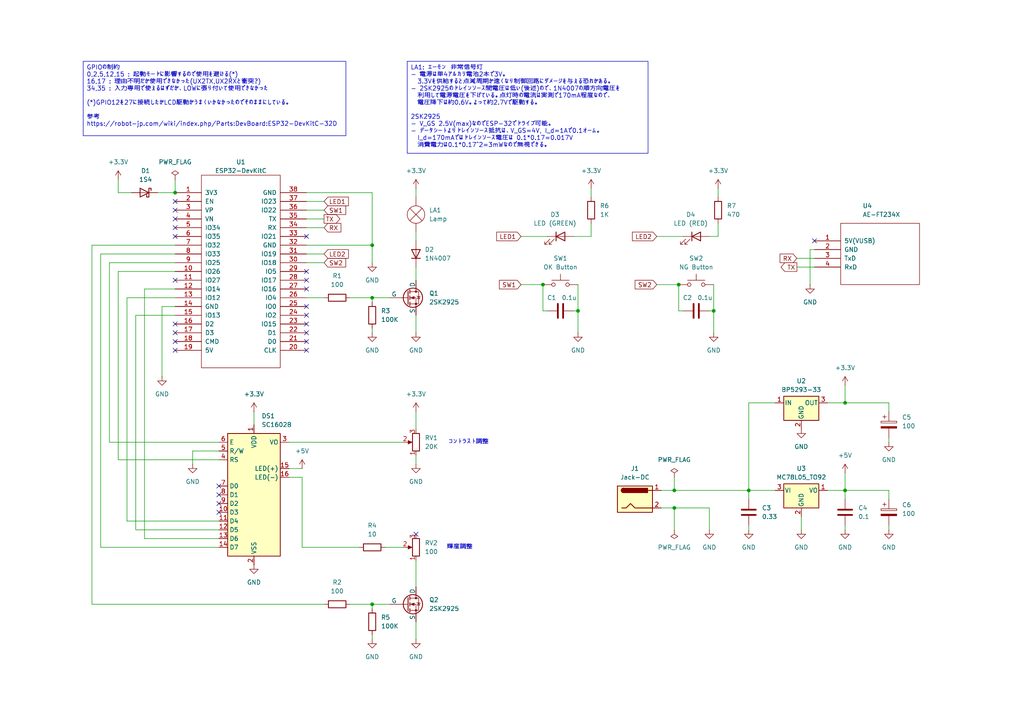
<source format=kicad_sch>
(kicad_sch (version 20231120) (generator "eeschema") (generator_version "8.0")
  (paper "A4")
  (title_block (title "GlimerGo") (date "2024-07-06") (company "by 46nori"))
  (lib_symbols
    (symbol "46nori:AE-FT234X" (pin_names (offset 1.016))
      (property "Reference" "U" (at 0 -2.54 0))
      (property "Value" "AE-FT234X" (at 0 2.54 0))
      (symbol "AE-FT234X_1_0"
        (rectangle (start -11.43 -8.89) (end 11.43 8.89))
      )
      (symbol "AE-FT234X_1_1"
        (pin output line (at -19.05 3.81 0) (length 7.62) (name "5V(VUSB)") (number "1"))
        (pin input line (at -19.05 1.27 0) (length 7.62) (name "GND") (number "2"))
        (pin output line (at -19.05 -1.27 0) (length 7.62) (name "TxD") (number "3"))
        (pin input line (at -19.05 -3.81 0) (length 7.62) (name "RxD") (number "4"))
      )
    )
    (symbol "46nori:ESP32-DevKitC" (pin_names (offset 1.016))
      (property "Reference" "U" (at 0 -2.54 0))
      (property "Value" "ESP32-DevKitC" (at 0 2.54 0))
      (symbol "ESP32-DevKitC_1_0"
        (rectangle (start -11.43 -27.94) (end 11.43 27.94))
      )
      (symbol "ESP32-DevKitC_1_1"
        (pin power_in line (at -19.05 22.86 0) (length 7.62) (name "3V3") (number "1"))
        (pin bidirectional line (at -19.05 0 0) (length 7.62) (name "IO26") (number "10"))
        (pin bidirectional line (at -19.05 -2.54 0) (length 7.62) (name "IO27") (number "11"))
        (pin bidirectional line (at -19.05 -5.08 0) (length 7.62) (name "IO14") (number "12"))
        (pin bidirectional line (at -19.05 -7.62 0) (length 7.62) (name "IO12") (number "13"))
        (pin power_in line (at -19.05 -10.16 0) (length 7.62) (name "GND") (number "14"))
        (pin bidirectional line (at -19.05 -12.7 0) (length 7.62) (name "IO13") (number "15"))
        (pin bidirectional line (at -19.05 -15.24 0) (length 7.62) (name "D2") (number "16"))
        (pin bidirectional line (at -19.05 -17.78 0) (length 7.62) (name "D3") (number "17"))
        (pin bidirectional line (at -19.05 -20.32 0) (length 7.62) (name "CMD") (number "18"))
        (pin power_in line (at -19.05 -22.86 0) (length 7.62) (name "5V") (number "19"))
        (pin input line (at -19.05 20.32 0) (length 7.62) (name "EN") (number "2"))
        (pin bidirectional line (at 19.05 -22.86 180) (length 7.62) (name "CLK") (number "20"))
        (pin bidirectional line (at 19.05 -20.32 180) (length 7.62) (name "D0") (number "21"))
        (pin bidirectional line (at 19.05 -17.78 180) (length 7.62) (name "D1") (number "22"))
        (pin bidirectional line (at 19.05 -15.24 180) (length 7.62) (name "IO15") (number "23"))
        (pin bidirectional line (at 19.05 -12.7 180) (length 7.62) (name "IO2") (number "24"))
        (pin bidirectional line (at 19.05 -10.16 180) (length 7.62) (name "IO0") (number "25"))
        (pin bidirectional line (at 19.05 -7.62 180) (length 7.62) (name "IO4") (number "26"))
        (pin bidirectional line (at 19.05 -5.08 180) (length 7.62) (name "IO16") (number "27"))
        (pin bidirectional line (at 19.05 -2.54 180) (length 7.62) (name "IO17") (number "28"))
        (pin bidirectional line (at 19.05 0 180) (length 7.62) (name "IO5") (number "29"))
        (pin input line (at -19.05 17.78 0) (length 7.62) (name "VP") (number "3"))
        (pin bidirectional line (at 19.05 2.54 180) (length 7.62) (name "IO18") (number "30"))
        (pin bidirectional line (at 19.05 5.08 180) (length 7.62) (name "IO19") (number "31"))
        (pin power_in line (at 19.05 7.62 180) (length 7.62) (name "GND") (number "32"))
        (pin bidirectional line (at 19.05 10.16 180) (length 7.62) (name "IO21") (number "33"))
        (pin bidirectional line (at 19.05 12.7 180) (length 7.62) (name "RX") (number "34"))
        (pin bidirectional line (at 19.05 15.24 180) (length 7.62) (name "TX") (number "35"))
        (pin bidirectional line (at 19.05 17.78 180) (length 7.62) (name "IO22") (number "36"))
        (pin bidirectional line (at 19.05 20.32 180) (length 7.62) (name "IO23") (number "37"))
        (pin power_in line (at 19.05 22.86 180) (length 7.62) (name "GND") (number "38"))
        (pin input line (at -19.05 15.24 0) (length 7.62) (name "VN") (number "4"))
        (pin input line (at -19.05 12.7 0) (length 7.62) (name "IO34") (number "5"))
        (pin input line (at -19.05 10.16 0) (length 7.62) (name "IO35") (number "6"))
        (pin bidirectional line (at -19.05 7.62 0) (length 7.62) (name "IO32") (number "7"))
        (pin bidirectional line (at -19.05 5.08 0) (length 7.62) (name "IO33") (number "8"))
        (pin bidirectional line (at -19.05 2.54 0) (length 7.62) (name "IO25") (number "9"))
      )
    )
    (symbol "Connector:Jack-DC" (pin_names (offset 1.016))
      (property "Reference" "J" (at 0 5.334 0))
      (property "Value" "Jack-DC" (at 0 -5.08 0))
      (symbol "Jack-DC_0_1"
        (rectangle (start -5.08 3.81) (end 5.08 -3.81) (stroke (width 0.254)) (fill (type background)))
        (arc (start -3.302 3.175) (mid -3.9343 2.54) (end -3.302 1.905) (stroke (width 0.254)))
        (arc (start -3.302 3.175) (mid -3.9343 2.54) (end -3.302 1.905) (stroke (width 0.254)) (fill (type outline)))
        (polyline (pts (xy 5.08 2.54) (xy 3.81 2.54)) (stroke (width 0.254)))
        (polyline (pts (xy -3.81 -2.54) (xy -2.54 -2.54) (xy -1.27 -1.27) (xy 0 -2.54) (xy 2.54 -2.54) (xy 5.08 -2.54)) (stroke (width 0.254)))
        (rectangle (start 3.683 3.175) (end -3.302 1.905) (stroke (width 0.254)) (fill (type outline)))
      )
      (symbol "Jack-DC_1_1"
        (pin passive line (at 7.62 2.54 180) (length 2.54) (name "~") (number "1"))
        (pin passive line (at 7.62 -2.54 180) (length 2.54) (name "~") (number "2"))
      )
    )
    (symbol "Device:C" (pin_numbers hide) (pin_names (offset 0.254))
      (property "Reference" "C" (at 0.635 2.54 0))
      (property "Value" "C" (at 0.635 -2.54 0))
      (symbol "C_0_1"
        (polyline (pts (xy -2.032 -0.762) (xy 2.032 -0.762)) (stroke (width 0.508)))
        (polyline (pts (xy -2.032 0.762) (xy 2.032 0.762)) (stroke (width 0.508)))
      )
      (symbol "C_1_1"
        (pin passive line (at 0 3.81 270) (length 2.794) (name "~") (number "1"))
        (pin passive line (at 0 -3.81 90) (length 2.794) (name "~") (number "2"))
      )
    )
    (symbol "Device:C_Polarized" (pin_numbers hide) (pin_names (offset 0.254))
      (property "Reference" "C" (at 0.635 2.54 0))
      (property "Value" "C_Polarized" (at 0.635 -2.54 0))
      (symbol "C_Polarized_0_1"
        (rectangle (start -2.286 0.508) (end 2.286 1.016))
        (polyline (pts (xy -1.778 2.286) (xy -0.762 2.286)))
        (polyline (pts (xy -1.27 2.794) (xy -1.27 1.778)))
        (rectangle (start 2.286 -0.508) (end -2.286 -1.016) (fill (type outline)))
      )
      (symbol "C_Polarized_1_1"
        (pin passive line (at 0 3.81 270) (length 2.794) (name "~") (number "1"))
        (pin passive line (at 0 -3.81 90) (length 2.794) (name "~") (number "2"))
      )
    )
    (symbol "Device:D" (pin_numbers hide) (pin_names (offset 1.016) hide)
      (property "Reference" "D" (at 0 2.54 0))
      (property "Value" "D" (at 0 -2.54 0))
      (symbol "D_0_1"
        (polyline (pts (xy -1.27 1.27) (xy -1.27 -1.27)) (stroke (width 0.254)))
        (polyline (pts (xy 1.27 0) (xy -1.27 0)))
        (polyline (pts (xy 1.27 1.27) (xy 1.27 -1.27) (xy -1.27 0) (xy 1.27 1.27)) (stroke (width 0.254)))
      )
      (symbol "D_1_1"
        (pin passive line (at -3.81 0 0) (length 2.54) (name "K") (number "1"))
        (pin passive line (at 3.81 0 180) (length 2.54) (name "A") (number "2"))
      )
    )
    (symbol "Device:LED" (pin_numbers hide) (pin_names (offset 1.016) hide)
      (property "Reference" "D" (at 0 2.54 0))
      (property "Value" "LED" (at 0 -2.54 0))
      (symbol "LED_0_1"
        (polyline (pts (xy -1.27 -1.27) (xy -1.27 1.27)) (stroke (width 0.254)))
        (polyline (pts (xy -1.27 0) (xy 1.27 0)))
        (polyline (pts (xy 1.27 -1.27) (xy 1.27 1.27) (xy -1.27 0) (xy 1.27 -1.27)) (stroke (width 0.254)))
        (polyline (pts (xy -3.048 -0.762) (xy -4.572 -2.286) (xy -3.81 -2.286) (xy -4.572 -2.286) (xy -4.572 -1.524)))
        (polyline (pts (xy -1.778 -0.762) (xy -3.302 -2.286) (xy -2.54 -2.286) (xy -3.302 -2.286) (xy -3.302 -1.524)))
      )
      (symbol "LED_1_1"
        (pin passive line (at -3.81 0 0) (length 2.54) (name "K") (number "1"))
        (pin passive line (at 3.81 0 180) (length 2.54) (name "A") (number "2"))
      )
    )
    (symbol "Device:Lamp" (pin_numbers hide) (pin_names (offset 0.0254) hide)
      (property "Reference" "LA" (at 0.635 3.81 0))
      (property "Value" "Lamp" (at 0.635 -3.81 0))
      (symbol "Lamp_0_1"
        (polyline (pts (xy -1.778 1.778) (xy 1.778 -1.778)))
        (polyline (pts (xy 1.778 1.778) (xy -1.778 -1.778)))
        (circle (center 0 0) (radius 2.54))
      )
      (symbol "Lamp_1_1"
        (pin passive line (at 0 -5.08 90) (length 2.54) (name "-") (number "1"))
        (pin passive line (at 0 5.08 270) (length 2.54) (name "+") (number "2"))
      )
    )
    (symbol "Device:R" (pin_numbers hide) (pin_names (offset 0))
      (property "Reference" "R" (at 2.032 0 90))
      (property "Value" "R" (at 0 0 90))
      (symbol "R_0_1"
        (rectangle (start -1.016 -2.54) (end 1.016 2.54) (stroke (width 0.254)))
      )
      (symbol "R_1_1"
        (pin passive line (at 0 3.81 270) (length 1.27) (name "~") (number "1"))
        (pin passive line (at 0 -3.81 90) (length 1.27) (name "~") (number "2"))
      )
    )
    (symbol "Device:R_Potentiometer" (pin_names (offset 1.016) hide)
      (property "Reference" "RV" (at -4.445 0 90))
      (property "Value" "R_Potentiometer" (at -2.54 0 90))
      (symbol "R_Potentiometer_0_1"
        (polyline (pts (xy 2.54 0) (xy 1.524 0)))
        (polyline (pts (xy 1.143 0) (xy 2.286 0.508) (xy 2.286 -0.508) (xy 1.143 0)) (fill (type outline)))
        (rectangle (start 1.016 2.54) (end -1.016 -2.54) (stroke (width 0.254)))
      )
      (symbol "R_Potentiometer_1_1"
        (pin passive line (at 0 3.81 270) (length 1.27) (name "1") (number "1"))
        (pin passive line (at 3.81 0 180) (length 1.27) (name "2") (number "2"))
        (pin passive line (at 0 -3.81 90) (length 1.27) (name "3") (number "3"))
      )
    )
    (symbol "Diode:SB140" (pin_numbers hide) (pin_names (offset 1.016) hide)
      (property "Reference" "D" (at 0 2.54 0))
      (property "Value" "SB140" (at 0 -2.54 0))
      (symbol "SB140_0_1"
        (polyline (pts (xy 1.27 0) (xy -1.27 0)))
        (polyline (pts (xy 1.27 1.27) (xy 1.27 -1.27) (xy -1.27 0) (xy 1.27 1.27)) (stroke (width 0.254)))
        (polyline (pts (xy -1.905 0.635) (xy -1.905 1.27) (xy -1.27 1.27) (xy -1.27 -1.27) (xy -0.635 -1.27) (xy -0.635 -0.635)) (stroke (width 0.254)))
      )
      (symbol "SB140_1_1"
        (pin passive line (at -3.81 0 0) (length 2.54) (name "K") (number "1"))
        (pin passive line (at 3.81 0 180) (length 2.54) (name "A") (number "2"))
      )
    )
    (symbol "Regulator_Linear:L7805" (pin_names (offset 0.254))
      (property "Reference" "U" (at -3.81 3.175 0))
      (property "Value" "L7805" (at 0 3.175 0))
      (symbol "L7805_0_1"
        (rectangle (start -5.08 1.905) (end 5.08 -5.08) (stroke (width 0.254)) (fill (type background)))
      )
      (symbol "L7805_1_1"
        (pin power_in line (at -7.62 0 0) (length 2.54) (name "IN") (number "1"))
        (pin power_in line (at 0 -7.62 90) (length 2.54) (name "GND") (number "2"))
        (pin power_out line (at 7.62 0 180) (length 2.54) (name "OUT") (number "3"))
      )
    )
    (symbol "Regulator_Linear:MC78L05_TO92" (pin_names (offset 0.254))
      (property "Reference" "U" (at -3.81 3.175 0))
      (property "Value" "MC78L05_TO92" (at 0 3.175 0))
      (symbol "MC78L05_TO92_0_1"
        (rectangle (start -5.08 -5.08) (end 5.08 1.905) (stroke (width 0.254)) (fill (type background)))
      )
      (symbol "MC78L05_TO92_1_1"
        (pin power_out line (at 7.62 0 180) (length 2.54) (name "VO") (number "1"))
        (pin power_in line (at 0 -7.62 90) (length 2.54) (name "GND") (number "2"))
        (pin power_in line (at -7.62 0 0) (length 2.54) (name "VI") (number "3"))
      )
    )
    (symbol "SC1602B_1"
      (property "Reference" "DS" (at -5.842 19.05 0))
      (property "Value" "SC1602B" (at 5.334 19.05 0))
      (symbol "SC1602B_1_1_1"
        (rectangle (start -7.62 17.78) (end 7.62 -17.78) (stroke (width 0.254)) (fill (type background)))
        (pin power_in line (at 0 20.32 270) (length 2.54) (name "VDD") (number "1"))
        (pin input line (at -10.16 -5.08 0) (length 2.54) (name "D3") (number "10"))
        (pin input line (at -10.16 -7.62 0) (length 2.54) (name "D4") (number "11"))
        (pin input line (at -10.16 -10.16 0) (length 2.54) (name "D5") (number "12"))
        (pin input line (at -10.16 -12.7 0) (length 2.54) (name "D6") (number "13"))
        (pin input line (at -10.16 -15.24 0) (length 2.54) (name "D7") (number "14"))
        (pin input line (at 10.16 7.62 180) (length 2.54) (name "LED(+)") (number "15"))
        (pin output line (at 10.16 5.08 180) (length 2.54) (name "LED(-)") (number "16"))
        (pin power_in line (at 0 -20.32 90) (length 2.54) (name "VSS") (number "2"))
        (pin input line (at 10.16 15.24 180) (length 2.54) (name "VO") (number "3"))
        (pin input line (at -10.16 10.16 0) (length 2.54) (name "RS") (number "4"))
        (pin input line (at -10.16 12.7 0) (length 2.54) (name "R/W") (number "5"))
        (pin input line (at -10.16 15.24 0) (length 2.54) (name "E") (number "6"))
        (pin input line (at -10.16 2.54 0) (length 2.54) (name "D0") (number "7"))
        (pin input line (at -10.16 0 0) (length 2.54) (name "D1") (number "8"))
        (pin input line (at -10.16 -2.54 0) (length 2.54) (name "D2") (number "9"))
      )
    )
    (symbol "Simulation_SPICE:NMOS" (pin_numbers hide) (pin_names (offset 0))
      (property "Reference" "Q" (at 5.08 1.27 0))
      (property "Value" "NMOS" (at 5.08 -1.27 0))
      (symbol "NMOS_0_1"
        (polyline (pts (xy 0.254 0) (xy -2.54 0)))
        (polyline (pts (xy 0.254 1.905) (xy 0.254 -1.905)) (stroke (width 0.254)))
        (polyline (pts (xy 0.762 -1.27) (xy 0.762 -2.286)) (stroke (width 0.254)))
        (polyline (pts (xy 0.762 0.508) (xy 0.762 -0.508)) (stroke (width 0.254)))
        (polyline (pts (xy 0.762 2.286) (xy 0.762 1.27)) (stroke (width 0.254)))
        (polyline (pts (xy 2.54 2.54) (xy 2.54 1.778)))
        (polyline (pts (xy 2.54 -2.54) (xy 2.54 0) (xy 0.762 0)))
        (polyline (pts (xy 0.762 -1.778) (xy 3.302 -1.778) (xy 3.302 1.778) (xy 0.762 1.778)))
        (polyline (pts (xy 1.016 0) (xy 2.032 0.381) (xy 2.032 -0.381) (xy 1.016 0)) (fill (type outline)))
        (polyline (pts (xy 2.794 0.508) (xy 2.921 0.381) (xy 3.683 0.381) (xy 3.81 0.254)))
        (polyline (pts (xy 3.302 0.381) (xy 2.921 -0.254) (xy 3.683 -0.254) (xy 3.302 0.381)))
        (circle (center 1.651 0) (radius 2.794) (stroke (width 0.254)))
        (circle (center 2.54 -1.778) (radius 0.254) (fill (type outline)))
        (circle (center 2.54 1.778) (radius 0.254) (fill (type outline)))
      )
      (symbol "NMOS_1_1"
        (pin passive line (at 2.54 5.08 270) (length 2.54) (name "D") (number "1"))
        (pin input line (at -5.08 0 0) (length 2.54) (name "G") (number "2"))
        (pin passive line (at 2.54 -5.08 90) (length 2.54) (name "S") (number "3"))
      )
    )
    (symbol "Switch:SW_Push" (pin_numbers hide) (pin_names (offset 1.016) hide)
      (property "Reference" "SW" (at 1.27 2.54 0))
      (property "Value" "SW_Push" (at 0 -1.524 0))
      (symbol "SW_Push_0_1"
        (circle (center -2.032 0) (radius 0.508))
        (polyline (pts (xy 0 1.27) (xy 0 3.048)))
        (polyline (pts (xy 2.54 1.27) (xy -2.54 1.27)))
        (circle (center 2.032 0) (radius 0.508))
        (pin passive line (at -5.08 0 0) (length 2.54) (name "1") (number "1"))
        (pin passive line (at 5.08 0 180) (length 2.54) (name "2") (number "2"))
      )
    )
    (symbol "power:+3.3V" (power) (pin_numbers hide) (pin_names (offset 0) hide)
      (property "Value" "+3.3V" (at 0 3.556 0))
      (symbol "+3.3V_0_1"
        (polyline (pts (xy -0.762 1.27) (xy 0 2.54)))
        (polyline (pts (xy 0 0) (xy 0 2.54)))
        (polyline (pts (xy 0 2.54) (xy 0.762 1.27)))
      )
      (symbol "+3.3V_1_1"
        (pin power_in line (at 0 0 90) (length 0) (name "~") (number "1"))
      )
    )
    (symbol "power:+5V" (power) (pin_numbers hide) (pin_names (offset 0) hide)
      (property "Value" "+5V" (at 0 3.556 0))
      (symbol "+5V_0_1"
        (polyline (pts (xy -0.762 1.27) (xy 0 2.54)))
        (polyline (pts (xy 0 0) (xy 0 2.54)))
        (polyline (pts (xy 0 2.54) (xy 0.762 1.27)))
      )
      (symbol "+5V_1_1"
        (pin power_in line (at 0 0 90) (length 0) (name "~") (number "1"))
      )
    )
    (symbol "power:GND" (power) (pin_numbers hide) (pin_names (offset 0) hide)
      (property "Value" "GND" (at 0 -3.81 0))
      (symbol "GND_0_1"
        (polyline (pts (xy 0 0) (xy 0 -1.27) (xy 1.27 -1.27) (xy 0 -2.54) (xy -1.27 -1.27) (xy 0 -1.27)))
      )
      (symbol "GND_1_1"
        (pin power_in line (at 0 0 270) (length 0) (name "~") (number "1"))
      )
    )
    (symbol "power:PWR_FLAG" (power) (pin_numbers hide) (pin_names (offset 0) hide)
      (property "Value" "PWR_FLAG" (at 0 3.81 0))
      (symbol "PWR_FLAG_0_0"
        (pin power_out line (at 0 0 90) (length 0) (name "~") (number "1"))
      )
      (symbol "PWR_FLAG_0_1"
        (polyline (pts (xy 0 0) (xy 0 1.27) (xy -1.016 1.905) (xy 0 2.54) (xy 1.016 1.905) (xy 0 1.27)))
      )
    )
  )
  (junction (at 50.8 55.88))
  (junction (at 245.11 142.24))
  (junction (at 107.95 71.12))
  (junction (at 196.85 82.55))
  (junction (at 157.48 82.55))
  (junction (at 245.11 116.84))
  (junction (at 217.17 142.24))
  (junction (at 195.58 142.24))
  (junction (at 195.58 147.32))
  (junction (at 207.01 90.17))
  (junction (at 107.95 175.26))
  (junction (at 167.64 90.17))
  (junction (at 107.95 86.36))
  (no_connect (at 120.65 154.94))
  (no_connect (at 88.9 81.28))
  (no_connect (at 50.8 63.5))
  (no_connect (at 50.8 93.98))
  (no_connect (at 88.9 99.06))
  (no_connect (at 88.9 83.82))
  (no_connect (at 63.5 148.59))
  (no_connect (at 88.9 93.98))
  (no_connect (at 50.8 68.58))
  (no_connect (at 50.8 58.42))
  (no_connect (at 88.9 101.6))
  (no_connect (at 50.8 60.96))
  (no_connect (at 50.8 96.52))
  (no_connect (at 50.8 81.28))
  (no_connect (at 63.5 146.05))
  (no_connect (at 88.9 91.44))
  (no_connect (at 50.8 101.6))
  (no_connect (at 50.8 66.04))
  (no_connect (at 88.9 68.58))
  (no_connect (at 63.5 140.97))
  (no_connect (at 88.9 88.9))
  (no_connect (at 50.8 99.06))
  (no_connect (at 88.9 96.52))
  (no_connect (at 236.22 69.85))
  (no_connect (at 88.9 78.74))
  (no_connect (at 63.5 143.51))
  (wire (pts (xy 107.95 86.36) (xy 107.95 87.63)))
  (wire (pts (xy 101.6 175.26) (xy 107.95 175.26)))
  (wire (pts (xy 88.9 86.36) (xy 93.98 86.36)))
  (wire (pts (xy 257.81 127) (xy 257.81 128.27)))
  (wire (pts (xy 151.13 82.55) (xy 157.48 82.55)))
  (wire (pts (xy 224.79 116.84) (xy 217.17 116.84)))
  (wire (pts (xy 88.9 60.96) (xy 93.98 60.96)))
  (wire (pts (xy 83.82 128.27) (xy 116.84 128.27)))
  (wire (pts (xy 29.21 158.75) (xy 29.21 73.66)))
  (wire (pts (xy 50.8 76.2) (xy 31.75 76.2)))
  (wire (pts (xy 257.81 142.24) (xy 245.11 142.24)))
  (wire (pts (xy 171.45 54.61) (xy 171.45 57.15)))
  (wire (pts (xy 157.48 90.17) (xy 158.75 90.17)))
  (wire (pts (xy 50.8 78.74) (xy 34.29 78.74)))
  (wire (pts (xy 245.11 116.84) (xy 245.11 111.76)))
  (wire (pts (xy 217.17 152.4) (xy 217.17 153.67)))
  (wire (pts (xy 207.01 90.17) (xy 207.01 82.55)))
  (wire (pts (xy 107.95 185.42) (xy 107.95 184.15)))
  (wire (pts (xy 151.13 68.58) (xy 158.75 68.58)))
  (wire (pts (xy 120.65 134.62) (xy 120.65 132.08)))
  (wire (pts (xy 107.95 55.88) (xy 88.9 55.88)))
  (wire (pts (xy 120.65 77.47) (xy 120.65 81.28)))
  (wire (pts (xy 257.81 144.78) (xy 257.81 142.24)))
  (wire (pts (xy 41.91 156.21) (xy 63.5 156.21)))
  (wire (pts (xy 73.66 119.38) (xy 73.66 123.19)))
  (wire (pts (xy 29.21 158.75) (xy 63.5 158.75)))
  (wire (pts (xy 26.67 71.12) (xy 26.67 175.26)))
  (wire (pts (xy 107.95 96.52) (xy 107.95 95.25)))
  (wire (pts (xy 36.83 151.13) (xy 63.5 151.13)))
  (wire (pts (xy 63.5 153.67) (xy 39.37 153.67)))
  (wire (pts (xy 31.75 76.2) (xy 31.75 128.27)))
  (wire (pts (xy 36.83 86.36) (xy 36.83 151.13)))
  (wire (pts (xy 120.65 162.56) (xy 120.65 170.18)))
  (wire (pts (xy 107.95 71.12) (xy 107.95 55.88)))
  (wire (pts (xy 120.65 185.42) (xy 120.65 180.34)))
  (wire (pts (xy 196.85 90.17) (xy 198.12 90.17)))
  (wire (pts (xy 232.41 149.86) (xy 232.41 153.67)))
  (wire (pts (xy 88.9 66.04) (xy 93.98 66.04)))
  (wire (pts (xy 195.58 147.32) (xy 205.74 147.32)))
  (wire (pts (xy 205.74 147.32) (xy 205.74 153.67)))
  (wire (pts (xy 34.29 78.74) (xy 34.29 133.35)))
  (wire (pts (xy 208.28 64.77) (xy 208.28 68.58)))
  (wire (pts (xy 107.95 76.2) (xy 107.95 71.12)))
  (wire (pts (xy 83.82 135.89) (xy 87.63 135.89)))
  (wire (pts (xy 41.91 83.82) (xy 41.91 156.21)))
  (wire (pts (xy 46.99 88.9) (xy 50.8 88.9)))
  (wire (pts (xy 50.8 52.07) (xy 50.8 55.88)))
  (wire (pts (xy 120.65 119.38) (xy 120.65 124.46)))
  (wire (pts (xy 120.65 96.52) (xy 120.65 91.44)))
  (wire (pts (xy 191.77 147.32) (xy 195.58 147.32)))
  (wire (pts (xy 87.63 138.43) (xy 83.82 138.43)))
  (wire (pts (xy 45.72 55.88) (xy 50.8 55.88)))
  (wire (pts (xy 50.8 83.82) (xy 41.91 83.82)))
  (wire (pts (xy 39.37 153.67) (xy 39.37 91.44)))
  (wire (pts (xy 245.11 152.4) (xy 245.11 153.67)))
  (wire (pts (xy 217.17 144.78) (xy 217.17 142.24)))
  (wire (pts (xy 217.17 142.24) (xy 224.79 142.24)))
  (wire (pts (xy 107.95 86.36) (xy 113.03 86.36)))
  (wire (pts (xy 39.37 91.44) (xy 50.8 91.44)))
  (wire (pts (xy 195.58 153.67) (xy 195.58 147.32)))
  (wire (pts (xy 50.8 71.12) (xy 26.67 71.12)))
  (wire (pts (xy 46.99 109.22) (xy 46.99 88.9)))
  (wire (pts (xy 240.03 116.84) (xy 245.11 116.84)))
  (wire (pts (xy 120.65 69.85) (xy 120.65 67.31)))
  (wire (pts (xy 191.77 142.24) (xy 195.58 142.24)))
  (wire (pts (xy 207.01 90.17) (xy 207.01 96.52)))
  (wire (pts (xy 107.95 175.26) (xy 113.03 175.26)))
  (wire (pts (xy 55.88 130.81) (xy 63.5 130.81)))
  (wire (pts (xy 120.65 54.61) (xy 120.65 57.15)))
  (wire (pts (xy 236.22 74.93) (xy 231.14 74.93)))
  (wire (pts (xy 88.9 63.5) (xy 93.98 63.5)))
  (wire (pts (xy 34.29 55.88) (xy 38.1 55.88)))
  (wire (pts (xy 167.64 90.17) (xy 167.64 96.52)))
  (wire (pts (xy 234.95 72.39) (xy 236.22 72.39)))
  (wire (pts (xy 26.67 175.26) (xy 93.98 175.26)))
  (wire (pts (xy 166.37 90.17) (xy 167.64 90.17)))
  (wire (pts (xy 195.58 138.43) (xy 195.58 142.24)))
  (wire (pts (xy 107.95 175.26) (xy 107.95 176.53)))
  (wire (pts (xy 245.11 142.24) (xy 240.03 142.24)))
  (wire (pts (xy 195.58 142.24) (xy 217.17 142.24)))
  (wire (pts (xy 217.17 116.84) (xy 217.17 142.24)))
  (wire (pts (xy 88.9 76.2) (xy 93.98 76.2)))
  (wire (pts (xy 171.45 68.58) (xy 166.37 68.58)))
  (wire (pts (xy 55.88 134.62) (xy 55.88 130.81)))
  (wire (pts (xy 245.11 137.16) (xy 245.11 142.24)))
  (wire (pts (xy 234.95 82.55) (xy 234.95 72.39)))
  (wire (pts (xy 50.8 86.36) (xy 36.83 86.36)))
  (wire (pts (xy 88.9 71.12) (xy 107.95 71.12)))
  (wire (pts (xy 196.85 82.55) (xy 196.85 90.17)))
  (wire (pts (xy 87.63 158.75) (xy 104.14 158.75)))
  (wire (pts (xy 87.63 158.75) (xy 87.63 138.43)))
  (wire (pts (xy 245.11 144.78) (xy 245.11 142.24)))
  (wire (pts (xy 157.48 82.55) (xy 157.48 90.17)))
  (wire (pts (xy 31.75 128.27) (xy 63.5 128.27)))
  (wire (pts (xy 29.21 73.66) (xy 50.8 73.66)))
  (wire (pts (xy 34.29 133.35) (xy 63.5 133.35)))
  (wire (pts (xy 171.45 64.77) (xy 171.45 68.58)))
  (wire (pts (xy 257.81 116.84) (xy 245.11 116.84)))
  (wire (pts (xy 101.6 86.36) (xy 107.95 86.36)))
  (wire (pts (xy 208.28 54.61) (xy 208.28 57.15)))
  (wire (pts (xy 236.22 77.47) (xy 231.14 77.47)))
  (wire (pts (xy 88.9 58.42) (xy 93.98 58.42)))
  (wire (pts (xy 257.81 119.38) (xy 257.81 116.84)))
  (wire (pts (xy 167.64 90.17) (xy 167.64 82.55)))
  (wire (pts (xy 208.28 68.58) (xy 205.74 68.58)))
  (wire (pts (xy 34.29 52.07) (xy 34.29 55.88)))
  (wire (pts (xy 257.81 152.4) (xy 257.81 153.67)))
  (wire (pts (xy 111.76 158.75) (xy 116.84 158.75)))
  (wire (pts (xy 88.9 73.66) (xy 93.98 73.66)))
  (wire (pts (xy 190.5 68.58) (xy 198.12 68.58)))
  (wire (pts (xy 205.74 90.17) (xy 207.01 90.17)))
  (wire (pts (xy 190.5 82.55) (xy 196.85 82.55)))
  (text_box "LA1: エーモン　非常信号灯\n- 電源は単4アルカリ電池2本で3V。\n  3.3Vを供給すると点滅周期が速くなり制御回路にダメージを与える恐れがある。\n- 2SK2925のドレインソース間電圧は低い(後述)ので、1N4007の順方向電圧を\n  利用して電源電圧を下げている。点灯時の電流は実測で170mA程度なので、\n  電圧降下は約0.6V。よって約2.7Vで駆動する。\n\n2SK2925\n- V_GS 2.5V(max)なのでESP-32でドライブ可能。\n- データシートよりドレインソース抵抗は、V_GS=4V, I_d=1Aで0.1オーム。\n  I_d=170mAではドレインソース電圧は 0.1*0.17=0.017V\n  消費電力は0.1*0.17^2=3mWなので無視できる。\n\n\n" (at 118.11 17.78 0) (size 69.85 26.67) (effects (font (size 1.27 1.27)) (justify left top)))
  (text_box "GPIOの制約\n0,2,5,12,15 : 起動モードに影響するので使用を避ける(*)\n16,17 : 理由不明だが使用できなかった(UX2TX,UX2RXと衝突?)\n34,35 : 入力専用で使えるはずだが、LOWに張り付いて使用できなかった\n\n(*)GPIO12を27に接続したがLCD駆動がうまくいかなかったのでそのままにしている。\n\n参考\nhttps://robot-jp.com/wiki/index.php/Parts:DevBoard:ESP32-DevKitC-32D" (at 24.13 17.78 0) (size 76.2 21.59) (effects (font (size 1.27 1.27)) (justify left top)))
  (text "コントラスト調整" (at 135.89 128.27 0) (effects (font (size 1.27 1.27))))
  (text "輝度調整\n" (at 133.35 158.75 0) (effects (font (size 1.27 1.27))))
  (global_label "TX" (shape output) (at 231.14 77.47 180) (property "Intersheetrefs" "${INTERSHEET_REFS}" (effects (hide yes))))
  (global_label "LED2" (shape input) (at 190.5 68.58 180) (property "Intersheetrefs" "${INTERSHEET_REFS}" (effects (hide yes))))
  (global_label "SW2" (shape input) (at 93.98 76.2 0) (property "Intersheetrefs" "${INTERSHEET_REFS}" (effects (hide yes))))
  (global_label "LED1" (shape input) (at 151.13 68.58 180) (property "Intersheetrefs" "${INTERSHEET_REFS}" (effects (hide yes))))
  (global_label "SW2" (shape input) (at 190.5 82.55 180) (property "Intersheetrefs" "${INTERSHEET_REFS}" (effects (hide yes))))
  (global_label "LED1" (shape input) (at 93.98 58.42 0) (property "Intersheetrefs" "${INTERSHEET_REFS}" (effects (hide yes))))
  (global_label "SW1" (shape input) (at 93.98 60.96 0) (property "Intersheetrefs" "${INTERSHEET_REFS}" (effects (hide yes))))
  (global_label "RX" (shape input) (at 93.98 66.04 0) (property "Intersheetrefs" "${INTERSHEET_REFS}" (effects (hide yes))))
  (global_label "RX" (shape input) (at 231.14 74.93 180) (property "Intersheetrefs" "${INTERSHEET_REFS}" (effects (hide yes))))
  (global_label "LED2" (shape input) (at 93.98 73.66 0) (property "Intersheetrefs" "${INTERSHEET_REFS}" (effects (hide yes))))
  (global_label "TX" (shape output) (at 93.98 63.5 0) (property "Intersheetrefs" "${INTERSHEET_REFS}" (effects (hide yes))))
  (global_label "SW1" (shape input) (at 151.13 82.55 180) (property "Intersheetrefs" "${INTERSHEET_REFS}" (effects (hide yes))))
  (symbol (lib_id "power:GND") (at 120.65 185.42 0) (unit 1)
    (property "Reference" "#PWR014" (effects (hide yes)))
    (property "Value" "GND" (at 120.65 190.5 0))
    (property "Description" "Power symbol creates a global label with name \"GND\" , ground" (effects (hide yes)))
  )
  (symbol (lib_id "power:+5V") (at 87.63 135.89 0) (unit 1)
    (property "Reference" "#PWR06" (effects (hide yes)))
    (property "Value" "+5V" (at 87.63 130.81 0))
    (property "Description" "Power symbol creates a global label with name \"+5V\"" (effects (hide yes)))
  )
  (symbol (lib_id "power:GND") (at 257.81 153.67 0) (unit 1)
    (property "Reference" "#PWR028" (effects (hide yes)))
    (property "Value" "GND" (at 257.81 158.75 0))
    (property "Description" "Power symbol creates a global label with name \"GND\" , ground" (effects (hide yes)))
  )
  (symbol (lib_id "power:GND") (at 46.99 109.22 0) (unit 1)
    (property "Reference" "#PWR02" (effects (hide yes)))
    (property "Value" "GND" (at 46.99 114.3 0))
    (property "Description" "Power symbol creates a global label with name \"GND\" , ground" (effects (hide yes)))
  )
  (symbol (lib_id "Device:R") (at 208.28 60.96 0) (unit 1)
    (property "Reference" "R7" (at 210.82 59.6899 0) (effects (justify left)))
    (property "Value" "470" (at 210.82 62.2299 0) (effects (justify left)))
    (property "Description" "Resistor" (effects (hide yes)))
  )
  (symbol (lib_id "Device:C_Polarized") (at 257.81 123.19 0) (unit 1)
    (property "Reference" "C5" (at 261.62 121.0309 0) (effects (justify left)))
    (property "Value" "100" (at 261.62 123.5709 0) (effects (justify left)))
    (property "Description" "Polarized capacitor" (effects (hide yes)))
  )
  (symbol (lib_id "Device:C") (at 162.56 90.17 270) (unit 1)
    (property "Reference" "C1" (at 160.02 86.36 90))
    (property "Value" "0.1u" (at 165.1 86.36 90))
    (property "Description" "Unpolarized capacitor" (effects (hide yes)))
  )
  (symbol (lib_id "Device:R") (at 107.95 180.34 0) (unit 1)
    (property "Reference" "R5" (at 110.49 179.0699 0) (effects (justify left)))
    (property "Value" "100K" (at 110.49 181.6099 0) (effects (justify left)))
    (property "Description" "Resistor" (effects (hide yes)))
  )
  (symbol (lib_id "power:GND") (at 232.41 124.46 0) (unit 1)
    (property "Reference" "#PWR021" (effects (hide yes)))
    (property "Value" "GND" (at 232.41 129.54 0))
    (property "Description" "Power symbol creates a global label with name \"GND\" , ground" (effects (hide yes)))
  )
  (symbol (lib_id "power:+3.3V") (at 171.45 54.61 0) (unit 1)
    (property "Reference" "#PWR016" (effects (hide yes)))
    (property "Value" "+3.3V" (at 171.45 49.53 0))
    (property "Description" "Power symbol creates a global label with name \"+3.3V\"" (effects (hide yes)))
  )
  (symbol (lib_id "power:+3.3V") (at 120.65 119.38 0) (unit 1)
    (property "Reference" "#PWR012" (effects (hide yes)))
    (property "Value" "+3.3V" (at 120.65 114.3 0))
    (property "Description" "Power symbol creates a global label with name \"+3.3V\"" (effects (hide yes)))
  )
  (symbol (lib_id "Device:C") (at 201.93 90.17 270) (unit 1)
    (property "Reference" "C2" (at 199.39 86.36 90))
    (property "Value" "0.1u" (at 204.47 86.36 90))
    (property "Description" "Unpolarized capacitor" (effects (hide yes)))
  )
  (symbol (lib_id "Simulation_SPICE:NMOS") (at 118.11 175.26 0) (unit 1)
    (property "Reference" "Q2" (at 124.46 173.9899 0) (effects (justify left)))
    (property "Value" "2SK2925" (at 124.46 176.5299 0) (effects (justify left)))
    (property "Datasheet" "https://ngspice.sourceforge.io/docs/ngspice-html-manual/manual.xhtml#cha_MOSFETs" (effects (hide yes)))
    (property "Description" "N-MOSFET transistor, drain/source/gate" (effects (hide yes)))
    (property "Sim.Device" "NMOS" (effects (hide yes)))
    (property "Sim.Type" "VDMOS" (effects (hide yes)))
    (property "Sim.Pins" "1=D 2=G 3=S" (effects (hide yes)))
  )
  (symbol (lib_id "power:+3.3V") (at 245.11 111.76 0) (unit 1)
    (property "Reference" "#PWR024" (effects (hide yes)))
    (property "Value" "+3.3V" (at 245.11 106.68 0))
    (property "Description" "Power symbol creates a global label with name \"+3.3V\"" (effects (hide yes)))
  )
  (symbol (lib_id "Regulator_Linear:MC78L05_TO92") (at 232.41 142.24 0) (unit 1)
    (property "Reference" "U3" (at 232.41 135.89 0))
    (property "Value" "MC78L05_TO92" (at 232.41 138.43 0))
    (property "Footprint" "Package_TO_SOT_THT:TO-92_Inline" (effects (hide yes)))
    (property "Datasheet" "https://www.onsemi.com/pub/Collateral/MC78L00A-D.PDF" (effects (hide yes)))
    (property "Description" "Positive 100mA 30V Linear Regulator, Fixed Output 5V, TO-92" (effects (hide yes)))
  )
  (symbol (lib_id "Connector:Jack-DC") (at 184.15 144.78 0) (unit 1)
    (property "Reference" "J1" (at 184.15 135.89 0))
    (property "Value" "Jack-DC" (at 184.15 138.43 0))
    (property "Datasheet" "https://akizukidenshi.com/catalog/g/g106342/" (effects (hide yes)))
    (property "Description" "DC Barrel Jack" (effects (hide yes)))
  )
  (symbol (lib_id "Device:R") (at 107.95 158.75 90) (unit 1)
    (property "Reference" "R4" (at 107.95 152.4 90))
    (property "Value" "10" (at 107.95 154.94 90))
    (property "Description" "Resistor" (effects (hide yes)))
  )
  (symbol (lib_id "Device:R") (at 97.79 86.36 270) (unit 1)
    (property "Reference" "R1" (at 97.79 80.01 90))
    (property "Value" "100" (at 97.79 82.55 90))
    (property "Description" "Resistor" (effects (hide yes)))
  )
  (symbol (lib_id "power:GND") (at 167.64 96.52 0) (unit 1)
    (property "Reference" "#PWR015" (effects (hide yes)))
    (property "Value" "GND" (at 167.64 101.6 0))
    (property "Description" "Power symbol creates a global label with name \"GND\" , ground" (effects (hide yes)))
  )
  (symbol (lib_id "power:GND") (at 232.41 153.67 0) (unit 1)
    (property "Reference" "#PWR022" (effects (hide yes)))
    (property "Value" "GND" (at 232.41 158.75 0))
    (property "Description" "Power symbol creates a global label with name \"GND\" , ground" (effects (hide yes)))
  )
  (symbol (lib_id "power:GND") (at 207.01 96.52 0) (unit 1)
    (property "Reference" "#PWR018" (effects (hide yes)))
    (property "Value" "GND" (at 207.01 101.6 0))
    (property "Description" "Power symbol creates a global label with name \"GND\" , ground" (effects (hide yes)))
  )
  (symbol (lib_id "power:GND") (at 107.95 76.2 0) (unit 1)
    (property "Reference" "#PWR07" (effects (hide yes)))
    (property "Value" "GND" (at 107.95 81.28 0))
    (property "Description" "Power symbol creates a global label with name \"GND\" , ground" (effects (hide yes)))
  )
  (symbol (lib_id "power:GND") (at 217.17 153.67 0) (unit 1)
    (property "Reference" "#PWR020" (effects (hide yes)))
    (property "Value" "GND" (at 217.17 158.75 0))
    (property "Description" "Power symbol creates a global label with name \"GND\" , ground" (effects (hide yes)))
  )
  (symbol (lib_id "power:GND") (at 234.95 82.55 0) (unit 1)
    (property "Reference" "#PWR023" (effects (hide yes)))
    (property "Value" "GND" (at 234.95 87.63 0))
    (property "Description" "Power symbol creates a global label with name \"GND\" , ground" (effects (hide yes)))
  )
  (symbol (lib_id "power:GND") (at 257.81 128.27 0) (unit 1)
    (property "Reference" "#PWR027" (effects (hide yes)))
    (property "Value" "GND" (at 257.81 133.35 0))
    (property "Description" "Power symbol creates a global label with name \"GND\" , ground" (effects (hide yes)))
  )
  (symbol (lib_id "power:GND") (at 205.74 153.67 0) (unit 1)
    (property "Reference" "#PWR017" (effects (hide yes)))
    (property "Value" "GND" (at 205.74 158.75 0))
    (property "Description" "Power symbol creates a global label with name \"GND\" , ground" (effects (hide yes)))
  )
  (symbol (lib_id "power:+3.3V") (at 73.66 119.38 0) (unit 1)
    (property "Reference" "#PWR04" (effects (hide yes)))
    (property "Value" "+3.3V" (at 73.66 114.3 0))
    (property "Description" "Power symbol creates a global label with name \"+3.3V\"" (effects (hide yes)))
  )
  (symbol (lib_id "Device:R_Potentiometer") (at 120.65 128.27 180) (unit 1)
    (property "Reference" "RV1" (at 123.19 126.9999 0) (effects (justify right)))
    (property "Value" "20K" (at 123.19 129.5399 0) (effects (justify right)))
    (property "Description" "Potentiometer" (effects (hide yes)))
  )
  (symbol (lib_id "46nori:AE-FT234X") (at 255.27 73.66 0) (unit 1)
    (property "Reference" "U4" (at 250.19 59.69 0) (effects (justify left)))
    (property "Value" "AE-FT234X" (at 250.19 62.23 0) (effects (justify left)))
    (property "Footprint" "MODULE" (effects (hide yes)))
    (property "Datasheet" "https://akizukidenshi.com/catalog/g/g108461/" (effects (hide yes)))
  )
  (symbol (lib_name "SC1602B_1") (lib_id "46nori:SC1602B") (at 73.66 143.51 0) (unit 1)
    (property "Reference" "DS1" (at 75.8541 120.65 0) (effects (justify left)))
    (property "Value" "SC1602B" (at 75.8541 123.19 0) (effects (justify left)))
    (property "Footprint" "Display:SC1602B" (effects (hide yes)))
    (property "Datasheet" "https://akizukidenshi.com/goodsaffix/sc1602bslb-xa-lb-g.pdf" (effects (hide yes)))
    (property "Description" "LCD 16x2 Alphanumeric , 8 bit parallel bus, 3.3V VDD" (effects (hide yes)))
  )
  (symbol (lib_id "Device:Lamp") (at 120.65 62.23 0) (unit 1)
    (property "Reference" "LA1" (at 124.46 60.9599 0) (effects (justify left)))
    (property "Value" "Lamp" (at 124.46 63.4999 0) (effects (justify left)))
    (property "Datasheet" "https://www.amon.jp/products2/detail.php?product_code=6904" (effects (hide yes)))
    (property "Description" "非常信号灯" (effects (hide yes)))
  )
  (symbol (lib_id "power:+3.3V") (at 208.28 54.61 0) (unit 1)
    (property "Reference" "#PWR019" (effects (hide yes)))
    (property "Value" "+3.3V" (at 208.28 49.53 0))
    (property "Description" "Power symbol creates a global label with name \"+3.3V\"" (effects (hide yes)))
  )
  (symbol (lib_id "power:+3.3V") (at 34.29 52.07 0) (unit 1)
    (property "Reference" "#PWR01" (effects (hide yes)))
    (property "Value" "+3.3V" (at 34.29 46.99 0))
    (property "Description" "Power symbol creates a global label with name \"+3.3V\"" (effects (hide yes)))
  )
  (symbol (lib_id "Device:D") (at 120.65 73.66 90) (unit 1)
    (property "Reference" "D2" (at 123.19 72.3899 90) (effects (justify right)))
    (property "Value" "1N4007" (at 123.19 74.9299 90) (effects (justify right)))
    (property "Description" "Diode" (effects (hide yes)))
    (property "Sim.Device" "D" (effects (hide yes)))
    (property "Sim.Pins" "1=K 2=A" (effects (hide yes)))
  )
  (symbol (lib_id "power:GND") (at 73.66 163.83 0) (unit 1)
    (property "Reference" "#PWR05" (effects (hide yes)))
    (property "Value" "GND" (at 73.66 168.91 0))
    (property "Description" "Power symbol creates a global label with name \"GND\" , ground" (effects (hide yes)))
  )
  (symbol (lib_id "Device:R") (at 171.45 60.96 0) (unit 1)
    (property "Reference" "R6" (at 173.99 59.6899 0) (effects (justify left)))
    (property "Value" "1K" (at 173.99 62.2299 0) (effects (justify left)))
    (property "Description" "Resistor" (effects (hide yes)))
  )
  (symbol (lib_id "Simulation_SPICE:NMOS") (at 118.11 86.36 0) (unit 1)
    (property "Reference" "Q1" (at 124.46 85.0899 0) (effects (justify left)))
    (property "Value" "2SK2925" (at 124.46 87.6299 0) (effects (justify left)))
    (property "Datasheet" "https://ngspice.sourceforge.io/docs/ngspice-html-manual/manual.xhtml#cha_MOSFETs" (effects (hide yes)))
    (property "Description" "N-MOSFET transistor, drain/source/gate" (effects (hide yes)))
    (property "Sim.Device" "NMOS" (effects (hide yes)))
    (property "Sim.Type" "VDMOS" (effects (hide yes)))
    (property "Sim.Pins" "1=D 2=G 3=S" (effects (hide yes)))
  )
  (symbol (lib_id "Device:LED") (at 201.93 68.58 0) (unit 1)
    (property "Reference" "D4" (at 200.3425 62.23 0))
    (property "Value" "LED (RED)" (at 200.3425 64.77 0))
    (property "Datasheet" "https://www.aitendo.com/product/3599" (effects (hide yes)))
    (property "Description" "Light emitting diode" (effects (hide yes)))
  )
  (symbol (lib_id "Device:C") (at 217.17 148.59 0) (unit 1)
    (property "Reference" "C3" (at 220.98 147.3199 0) (effects (justify left)))
    (property "Value" "0.33" (at 220.98 149.8599 0) (effects (justify left)))
    (property "Description" "Unpolarized capacitor" (effects (hide yes)))
  )
  (symbol (lib_id "Device:R_Potentiometer") (at 120.65 158.75 180) (unit 1)
    (property "Reference" "RV2" (at 123.19 157.4799 0) (effects (justify right)))
    (property "Value" "100" (at 123.19 160.0199 0) (effects (justify right)))
    (property "Description" "Potentiometer" (effects (hide yes)))
  )
  (symbol (lib_id "power:GND") (at 245.11 153.67 0) (unit 1)
    (property "Reference" "#PWR026" (effects (hide yes)))
    (property "Value" "GND" (at 245.11 158.75 0))
    (property "Description" "Power symbol creates a global label with name \"GND\" , ground" (effects (hide yes)))
  )
  (symbol (lib_id "power:GND") (at 120.65 96.52 0) (unit 1)
    (property "Reference" "#PWR011" (effects (hide yes)))
    (property "Value" "GND" (at 120.65 101.6 0))
    (property "Description" "Power symbol creates a global label with name \"GND\" , ground" (effects (hide yes)))
  )
  (symbol (lib_id "power:GND") (at 107.95 96.52 0) (unit 1)
    (property "Reference" "#PWR08" (effects (hide yes)))
    (property "Value" "GND" (at 107.95 101.6 0))
    (property "Description" "Power symbol creates a global label with name \"GND\" , ground" (effects (hide yes)))
  )
  (symbol (lib_id "power:PWR_FLAG") (at 50.8 52.07 0) (unit 1)
    (property "Reference" "#FLG03" (effects (hide yes)))
    (property "Value" "PWR_FLAG" (at 50.8 46.99 0))
    (property "Description" "Special symbol for telling ERC where power comes from" (effects (hide yes)))
  )
  (symbol (lib_id "Switch:SW_Push") (at 162.56 82.55 0) (unit 1)
    (property "Reference" "SW1" (at 162.56 74.93 0))
    (property "Value" "OK Button" (at 162.56 77.47 0))
    (property "Datasheet" "https://www.aitendo.com/product/3599" (effects (hide yes)))
    (property "Description" "Push button switch, generic, two pins" (effects (hide yes)))
  )
  (symbol (lib_id "power:+5V") (at 245.11 137.16 0) (unit 1)
    (property "Reference" "#PWR025" (effects (hide yes)))
    (property "Value" "+5V" (at 245.11 132.08 0))
    (property "Description" "Power symbol creates a global label with name \"+5V\"" (effects (hide yes)))
  )
  (symbol (lib_id "Device:C_Polarized") (at 257.81 148.59 0) (unit 1)
    (property "Reference" "C6" (at 261.62 146.4309 0) (effects (justify left)))
    (property "Value" "100" (at 261.62 148.9709 0) (effects (justify left)))
    (property "Description" "Polarized capacitor" (effects (hide yes)))
  )
  (symbol (lib_id "Device:R") (at 97.79 175.26 270) (unit 1)
    (property "Reference" "R2" (at 97.79 168.91 90))
    (property "Value" "100" (at 97.79 171.45 90))
    (property "Description" "Resistor" (effects (hide yes)))
  )
  (symbol (lib_id "Device:C") (at 245.11 148.59 0) (unit 1)
    (property "Reference" "C4" (at 248.92 147.3199 0) (effects (justify left)))
    (property "Value" "0.1" (at 248.92 149.8599 0) (effects (justify left)))
    (property "Description" "Unpolarized capacitor" (effects (hide yes)))
  )
  (symbol (lib_id "power:+3.3V") (at 120.65 54.61 0) (unit 1)
    (property "Reference" "#PWR010" (effects (hide yes)))
    (property "Value" "+3.3V" (at 120.65 49.53 0))
    (property "Description" "Power symbol creates a global label with name \"+3.3V\"" (effects (hide yes)))
  )
  (symbol (lib_id "Diode:SB140") (at 41.91 55.88 0) (mirror y) (unit 1)
    (property "Reference" "D1" (at 42.2275 49.53 0))
    (property "Value" "1S4" (at 42.2275 52.07 0))
    (property "Footprint" "Diode_THT:D_DO-41_SOD81_P10.16mm_Horizontal" (effects (hide yes)))
    (property "Datasheet" "https://akizukidenshi.com/goodsaffix/1S4.pdf" (effects (hide yes)))
    (property "Description" "40V 1A Schottky Barrier Rectifier Diode, DO-41" (effects (hide yes)))
  )
  (symbol (lib_id "power:PWR_FLAG") (at 195.58 153.67 0) (mirror x) (unit 1)
    (property "Reference" "#FLG02" (effects (hide yes)))
    (property "Value" "PWR_FLAG" (at 195.58 158.75 0))
    (property "Description" "Special symbol for telling ERC where power comes from" (effects (hide yes)))
  )
  (symbol (lib_id "power:GND") (at 120.65 134.62 0) (unit 1)
    (property "Reference" "#PWR013" (effects (hide yes)))
    (property "Value" "GND" (at 120.65 139.7 0))
    (property "Description" "Power symbol creates a global label with name \"GND\" , ground" (effects (hide yes)))
  )
  (symbol (lib_id "Device:R") (at 107.95 91.44 0) (unit 1)
    (property "Reference" "R3" (at 110.49 90.1699 0) (effects (justify left)))
    (property "Value" "100K" (at 110.49 92.7099 0) (effects (justify left)))
    (property "Description" "Resistor" (effects (hide yes)))
  )
  (symbol (lib_id "power:GND") (at 55.88 134.62 0) (unit 1)
    (property "Reference" "#PWR03" (effects (hide yes)))
    (property "Value" "GND" (at 55.88 139.7 0))
    (property "Description" "Power symbol creates a global label with name \"GND\" , ground" (effects (hide yes)))
  )
  (symbol (lib_id "Regulator_Linear:L7805") (at 232.41 116.84 0) (unit 1)
    (property "Reference" "U2" (at 232.41 110.49 0))
    (property "Value" "BP5293-33" (at 232.41 113.03 0))
    (property "Footprint" "Package_TO_SOT_THT:TO-220-3_Vertical" (effects (hide yes)))
    (property "Datasheet" "https://akizukidenshi.com/goodsaffix/BP5293_DataSheet_J_VerC_161013.pdf" (effects (hide yes)))
    (property "Description" "7 to 26V Input, 1.0A, Fixed Output Voltage 3 terminals DC/DC Regulator" (effects (hide yes)))
  )
  (symbol (lib_id "Switch:SW_Push") (at 201.93 82.55 0) (unit 1)
    (property "Reference" "SW2" (at 201.93 74.93 0))
    (property "Value" "NG Button" (at 201.93 77.47 0))
    (property "Datasheet" "https://www.aitendo.com/product/3599" (effects (hide yes)))
    (property "Description" "Push button switch, generic, two pins" (effects (hide yes)))
  )
  (symbol (lib_id "power:PWR_FLAG") (at 195.58 138.43 0) (unit 1)
    (property "Reference" "#FLG01" (effects (hide yes)))
    (property "Value" "PWR_FLAG" (at 195.58 133.35 0))
    (property "Description" "Special symbol for telling ERC where power comes from" (effects (hide yes)))
  )
  (symbol (lib_id "power:GND") (at 107.95 185.42 0) (unit 1)
    (property "Reference" "#PWR09" (effects (hide yes)))
    (property "Value" "GND" (at 107.95 190.5 0))
    (property "Description" "Power symbol creates a global label with name \"GND\" , ground" (effects (hide yes)))
  )
  (symbol (lib_id "Device:LED") (at 162.56 68.58 0) (unit 1)
    (property "Reference" "D3" (at 160.9725 62.23 0))
    (property "Value" "LED (GREEN)" (at 160.9725 64.77 0))
    (property "Datasheet" "https://www.aitendo.com/product/3599" (effects (hide yes)))
    (property "Description" "Light emitting diode" (effects (hide yes)))
  )
  (symbol (lib_id "46nori:ESP32-DevKitC") (at 69.85 78.74 0) (unit 1)
    (property "Reference" "U1" (at 69.85 46.99 0))
    (property "Value" "ESP32-DevKitC" (at 69.85 49.53 0))
    (property "Footprint" "MODULE" (effects (hide yes)))
    (property "Datasheet" "https://akizukidenshi.com/goodsaffix/esp32-wrover-e_esp32-wrover-ie_datasheet_en.pdf" (effects (hide yes)))
  )
)
</source>
